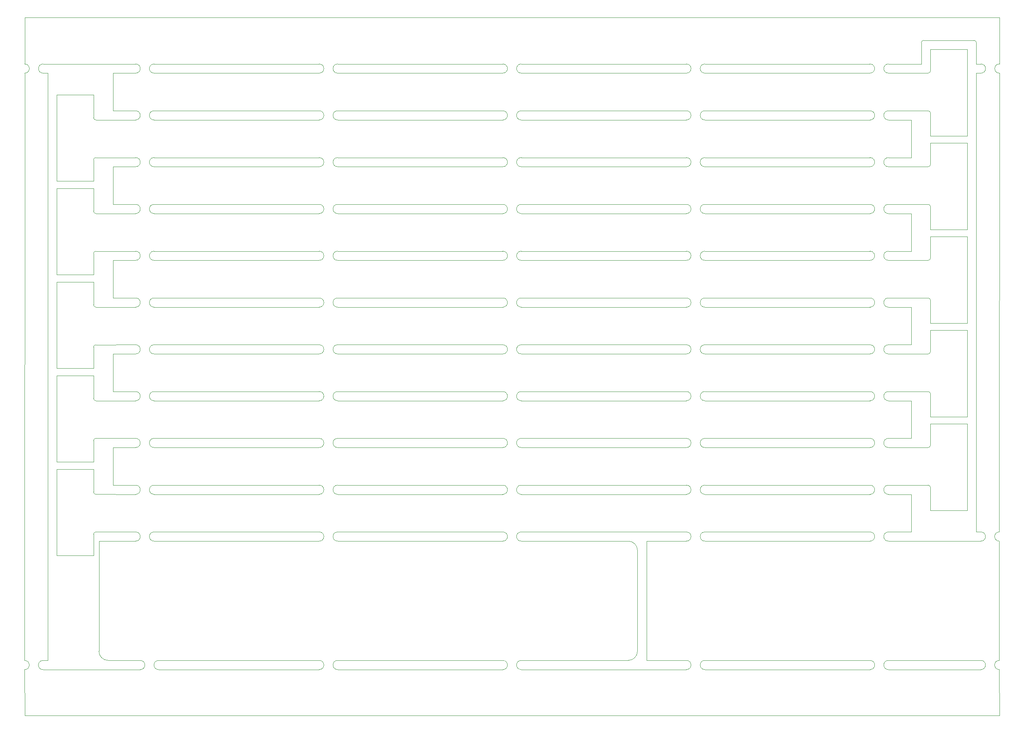
<source format=gm1>
G04 #@! TF.GenerationSoftware,KiCad,Pcbnew,(6.0.2)*
G04 #@! TF.CreationDate,2022-08-31T10:54:29+12:00*
G04 #@! TF.ProjectId,Wordclock,576f7264-636c-46f6-936b-2e6b69636164,2.1*
G04 #@! TF.SameCoordinates,Original*
G04 #@! TF.FileFunction,Profile,NP*
%FSLAX46Y46*%
G04 Gerber Fmt 4.6, Leading zero omitted, Abs format (unit mm)*
G04 Created by KiCad (PCBNEW (6.0.2)) date 2022-08-31 10:54:29*
%MOMM*%
%LPD*%
G01*
G04 APERTURE LIST*
G04 #@! TA.AperFunction,Profile*
%ADD10C,0.050000*%
G04 #@! TD*
G04 #@! TA.AperFunction,Profile*
%ADD11C,0.038100*%
G04 #@! TD*
G04 #@! TA.AperFunction,Profile*
%ADD12C,0.120000*%
G04 #@! TD*
G04 APERTURE END LIST*
D10*
X180450000Y-83400000D02*
X216450000Y-83400000D01*
X56450000Y-93600000D02*
X51925000Y-93600000D01*
D11*
X100450000Y-162400000D02*
X136450000Y-162400000D01*
X39275000Y-57500000D02*
X39275000Y-76350000D01*
D10*
X60450000Y-71200000D02*
X96450000Y-71200000D01*
X60450000Y-32400000D02*
X96450000Y-32400000D01*
X216450000Y-50800000D02*
X180450000Y-50800000D01*
D11*
X225400000Y-132400000D02*
X224975000Y-132400000D01*
X47278553Y-71703553D02*
X47275000Y-76350000D01*
D10*
X100450000Y-81400000D02*
X136450000Y-81400000D01*
D11*
X47278553Y-132903553D02*
X47275000Y-137550000D01*
D10*
X136450000Y-42600000D02*
X100450000Y-42600000D01*
X176450000Y-83400000D02*
X140450000Y-83400000D01*
D11*
X32280000Y-30400000D02*
X32275000Y-20250000D01*
D10*
X100450000Y-61000000D02*
X136450000Y-61000000D01*
X136450000Y-73200000D02*
X100450000Y-73200000D01*
X180450000Y-63000000D02*
X216450000Y-63000000D01*
X229621447Y-122703553D02*
G75*
G03*
X229121447Y-122203553I-500001J-1D01*
G01*
D11*
X136450000Y-30400000D02*
X100450000Y-30400000D01*
D10*
X180450000Y-40600000D02*
X216450000Y-40600000D01*
D11*
X229625000Y-107300000D02*
X237625000Y-107300000D01*
X220450000Y-162400000D02*
X240600000Y-162400000D01*
D10*
X176450000Y-52800000D02*
X140450000Y-52800000D01*
D11*
X176450000Y-30400000D02*
X140450000Y-30400000D01*
D10*
X180450000Y-61000000D02*
X216450000Y-61000000D01*
X56450000Y-73200000D02*
X51925000Y-73200000D01*
D11*
X96450000Y-30400000D02*
X60450000Y-30400000D01*
X39275000Y-76350000D02*
X47275000Y-76350000D01*
X229625000Y-66500000D02*
X237625000Y-66500000D01*
D10*
X60450000Y-91600000D02*
X96450000Y-91600000D01*
X216450000Y-73200000D02*
X180450000Y-73200000D01*
D11*
X225400000Y-91600000D02*
X224975000Y-91600000D01*
D10*
X229621447Y-81903553D02*
G75*
G03*
X229121447Y-81403553I-500001J-1D01*
G01*
D11*
X57450000Y-162400000D02*
X36270000Y-162410000D01*
D10*
X140450000Y-71200000D02*
X176450000Y-71200000D01*
X47778553Y-112003553D02*
X56450000Y-112000000D01*
X100450000Y-112000000D02*
X136450000Y-112000000D01*
X96450000Y-40600000D02*
X60450000Y-40600000D01*
D11*
X229621447Y-93096447D02*
X229625000Y-88450000D01*
D10*
X47278553Y-82896447D02*
G75*
G03*
X47778553Y-83396447I500001J1D01*
G01*
X100450000Y-160400000D02*
X136450000Y-160400000D01*
X51500000Y-61000000D02*
X56450000Y-61000000D01*
X96450000Y-103800000D02*
X60450000Y-103800000D01*
X47778553Y-42596447D02*
X56450000Y-42600000D01*
X136450000Y-52800000D02*
X100450000Y-52800000D01*
D11*
X39275000Y-137550000D02*
X47275000Y-137550000D01*
X244600000Y-132400000D02*
X244620000Y-32400000D01*
D10*
X225400000Y-83400000D02*
X220450000Y-83400000D01*
X176450000Y-103800000D02*
X140450000Y-103800000D01*
D11*
X39275000Y-98300000D02*
X39275000Y-117150000D01*
X140450000Y-162400000D02*
X167780000Y-162400000D01*
D10*
X96450000Y-122200000D02*
X60450000Y-122200000D01*
X60450000Y-132400000D02*
X96450000Y-132400000D01*
X47778553Y-91603553D02*
X56450000Y-91600000D01*
X176450000Y-73200000D02*
X140450000Y-73200000D01*
D11*
X39275000Y-55950000D02*
X47275000Y-55950000D01*
X165778965Y-136400000D02*
G75*
G03*
X163778965Y-134400000I-1999999J1D01*
G01*
D10*
X60450000Y-73200000D02*
X96450000Y-73200000D01*
X229121447Y-101803553D02*
X220450000Y-101800000D01*
D11*
X228120000Y-25250000D02*
G75*
G03*
X227620000Y-25750000I1J-500001D01*
G01*
X180450000Y-160400000D02*
X216450000Y-160400000D01*
X229625000Y-46100000D02*
X229621447Y-41103553D01*
X47275000Y-57500000D02*
X47278553Y-62496447D01*
X237625000Y-46100000D02*
X237625000Y-27250000D01*
X225400000Y-63000000D02*
X225400000Y-71200000D01*
X220450000Y-160400000D02*
X240600000Y-160400000D01*
D10*
X96450000Y-63000000D02*
X60450000Y-63000000D01*
D11*
X229625000Y-86900000D02*
X229621447Y-81903553D01*
X225400000Y-50800000D02*
X224975000Y-50800000D01*
D10*
X229121447Y-93596447D02*
X220450000Y-93600000D01*
X96450000Y-134400000D02*
X60450000Y-134400000D01*
X100450000Y-40600000D02*
X136450000Y-40600000D01*
D11*
X244600000Y-134400000D02*
X244600000Y-160400000D01*
D10*
X96450000Y-61000000D02*
X60450000Y-61000000D01*
D11*
X51500000Y-114000000D02*
X51925000Y-114000000D01*
X237625000Y-66500000D02*
X237625000Y-47650000D01*
X36270000Y-160410000D02*
X37280000Y-160410000D01*
D10*
X216450000Y-71200000D02*
X180450000Y-71200000D01*
X47278553Y-62496447D02*
G75*
G03*
X47778553Y-62996447I500001J1D01*
G01*
X163778965Y-134400000D02*
X140450000Y-134400000D01*
X60450000Y-50800000D02*
X96450000Y-50800000D01*
D11*
X229621447Y-52296447D02*
X229625000Y-47650000D01*
D10*
X136450000Y-114000000D02*
X100450000Y-114000000D01*
D11*
X39275000Y-118700000D02*
X39275000Y-137550000D01*
X51500000Y-32400000D02*
X51925000Y-32400000D01*
D10*
X47778553Y-62996447D02*
X56450000Y-63000000D01*
X229121447Y-122203553D02*
X220450000Y-122200000D01*
X56450000Y-52800000D02*
X51925000Y-52800000D01*
X180450000Y-101800000D02*
X216450000Y-101800000D01*
D11*
X240630000Y-32400000D02*
X239620000Y-32400000D01*
D10*
X180450000Y-103800000D02*
X216450000Y-103800000D01*
D11*
X237625000Y-108850000D02*
X229625000Y-108850000D01*
D10*
X96450000Y-42600000D02*
X60450000Y-42600000D01*
D11*
X47275000Y-77900000D02*
X39275000Y-77900000D01*
X32275000Y-172400000D02*
X32270000Y-162410000D01*
X229621447Y-72696447D02*
X229625000Y-68050000D01*
D10*
X216450000Y-93600000D02*
X180450000Y-93600000D01*
X176450000Y-32400000D02*
X140450000Y-32400000D01*
D11*
X180450000Y-162400000D02*
X216450000Y-162400000D01*
X225400000Y-103800000D02*
X225400000Y-112000000D01*
D10*
X140450000Y-112000000D02*
X176450000Y-112000000D01*
D11*
X47275000Y-57500000D02*
X39275000Y-57500000D01*
D10*
X176450000Y-63000000D02*
X140450000Y-63000000D01*
X51500000Y-122200000D02*
X56450000Y-122200000D01*
X96450000Y-124200000D02*
X60450000Y-124200000D01*
D11*
X229625000Y-127700000D02*
X229621447Y-122703553D01*
X240620000Y-30400000D02*
X239620000Y-30400000D01*
D10*
X229121447Y-73196447D02*
X220450000Y-73200000D01*
X136450000Y-103800000D02*
X100450000Y-103800000D01*
D11*
X176450000Y-162400000D02*
X167780000Y-162400000D01*
X225400000Y-83400000D02*
X225400000Y-91600000D01*
X39275000Y-37100000D02*
X39275000Y-55950000D01*
D10*
X176450000Y-114000000D02*
X140450000Y-114000000D01*
X220450000Y-112000000D02*
X224975000Y-112000000D01*
X47278553Y-103296447D02*
G75*
G03*
X47778553Y-103796447I500001J1D01*
G01*
D11*
X229625000Y-86900000D02*
X237625000Y-86900000D01*
D10*
X229121447Y-32396447D02*
G75*
G03*
X229621447Y-31896447I-1J500001D01*
G01*
D11*
X220450000Y-30400000D02*
X227620000Y-30400000D01*
D10*
X140450000Y-50800000D02*
X176450000Y-50800000D01*
X100450000Y-91600000D02*
X136450000Y-91600000D01*
D11*
X37280000Y-160410000D02*
X37280000Y-32400000D01*
X240600000Y-132400000D02*
X239620000Y-132400000D01*
D10*
X216450000Y-52800000D02*
X180450000Y-52800000D01*
X229121447Y-113996447D02*
G75*
G03*
X229621447Y-113496447I-1J500001D01*
G01*
D11*
X237625000Y-27250000D02*
X229625000Y-27250000D01*
D10*
X51500000Y-81400000D02*
X56450000Y-81400000D01*
X225400000Y-124200000D02*
X220450000Y-124200000D01*
X136450000Y-63000000D02*
X100450000Y-63000000D01*
D11*
X51500000Y-93600000D02*
X51925000Y-93600000D01*
D10*
X47778553Y-103796447D02*
X56450000Y-103800000D01*
D11*
X220450000Y-134400000D02*
X239620000Y-134400000D01*
D10*
X229621447Y-102303553D02*
G75*
G03*
X229121447Y-101803553I-500001J-1D01*
G01*
D11*
X239620000Y-132400000D02*
X239620000Y-32400000D01*
D10*
X176450000Y-42600000D02*
X140450000Y-42600000D01*
D11*
X229625000Y-46100000D02*
X237625000Y-46100000D01*
D10*
X50450000Y-160400000D02*
X57450000Y-160400000D01*
D11*
X61450000Y-162400000D02*
X96450000Y-162400000D01*
D10*
X140450000Y-61000000D02*
X176450000Y-61000000D01*
X220450000Y-50800000D02*
X224975000Y-50800000D01*
D11*
X47275000Y-118700000D02*
X39275000Y-118700000D01*
X51500000Y-40600000D02*
X51500000Y-32400000D01*
D10*
X140450000Y-101800000D02*
X176450000Y-101800000D01*
D11*
X32270000Y-160410000D02*
X32280000Y-32400000D01*
X244630000Y-172400000D02*
X32275000Y-172400000D01*
D10*
X180450000Y-81400000D02*
X216450000Y-81400000D01*
D11*
X237625000Y-47650000D02*
X229625000Y-47650000D01*
X51500000Y-101800000D02*
X51500000Y-93600000D01*
X216450000Y-30400000D02*
X180450000Y-30400000D01*
D10*
X229621447Y-41103553D02*
G75*
G03*
X229121447Y-40603553I-500001J-1D01*
G01*
X56450000Y-134400000D02*
X48450000Y-134400000D01*
D11*
X244620000Y-30400000D02*
X244625000Y-20250000D01*
X229625000Y-127700000D02*
X237625000Y-127700000D01*
X176450000Y-160400000D02*
X167780000Y-160400000D01*
D10*
X47778553Y-91603553D02*
G75*
G03*
X47278553Y-92103553I1J-500001D01*
G01*
D11*
X237625000Y-68050000D02*
X229625000Y-68050000D01*
D10*
X47278553Y-123696447D02*
G75*
G03*
X47778553Y-124196447I500001J1D01*
G01*
D11*
X47278553Y-51303553D02*
X47275000Y-55950000D01*
X47275000Y-77900000D02*
X47278553Y-82896447D01*
D10*
X51500000Y-40600000D02*
X56450000Y-40600000D01*
X229621447Y-61503553D02*
G75*
G03*
X229121447Y-61003553I-500001J-1D01*
G01*
X100450000Y-132400000D02*
X136450000Y-132400000D01*
X136450000Y-134400000D02*
X100450000Y-134400000D01*
X216450000Y-132400000D02*
X180450000Y-132400000D01*
X60450000Y-93600000D02*
X96450000Y-93600000D01*
D11*
X47275000Y-98300000D02*
X39275000Y-98300000D01*
D10*
X140450000Y-132400000D02*
X176450000Y-132400000D01*
D11*
X51500000Y-81400000D02*
X51500000Y-73200000D01*
D10*
X136450000Y-93600000D02*
X100450000Y-93600000D01*
X47778553Y-71203553D02*
G75*
G03*
X47278553Y-71703553I1J-500001D01*
G01*
X220450000Y-91600000D02*
X224975000Y-91600000D01*
X229121447Y-73196447D02*
G75*
G03*
X229621447Y-72696447I-1J500001D01*
G01*
X56450000Y-114000000D02*
X51925000Y-114000000D01*
D11*
X244630000Y-172400000D02*
X244600000Y-162400000D01*
D10*
X47778553Y-124196447D02*
X56450000Y-124200000D01*
X229121447Y-113996447D02*
X220450000Y-114000000D01*
X229121447Y-61003553D02*
X220450000Y-61000000D01*
D11*
X36280000Y-32400000D02*
X37280000Y-32400000D01*
X47275000Y-37100000D02*
X47278553Y-42096447D01*
D10*
X96450000Y-83400000D02*
X60450000Y-83400000D01*
D11*
X39275000Y-117150000D02*
X47275000Y-117150000D01*
D10*
X60450000Y-52800000D02*
X96450000Y-52800000D01*
D11*
X227620000Y-25750000D02*
X227620000Y-30400000D01*
D10*
X47778553Y-112003553D02*
G75*
G03*
X47278553Y-112503553I1J-500001D01*
G01*
D11*
X165778965Y-136400000D02*
X165778965Y-149358446D01*
D10*
X47778553Y-50803553D02*
G75*
G03*
X47278553Y-51303553I1J-500001D01*
G01*
D11*
X229621447Y-113496447D02*
X229625000Y-108850000D01*
D10*
X140450000Y-81400000D02*
X176450000Y-81400000D01*
D11*
X167780000Y-134400000D02*
X167780000Y-160400000D01*
D10*
X176450000Y-124200000D02*
X140450000Y-124200000D01*
X100450000Y-71200000D02*
X136450000Y-71200000D01*
X47778553Y-83396447D02*
X56450000Y-83400000D01*
X176450000Y-93600000D02*
X140450000Y-93600000D01*
D11*
X225400000Y-71200000D02*
X224975000Y-71200000D01*
X48450000Y-158400000D02*
G75*
G03*
X50450000Y-160400000I1999999J-1D01*
G01*
X51500000Y-122200000D02*
X51500000Y-114000000D01*
X47278553Y-112503553D02*
X47275000Y-117150000D01*
X239620000Y-30400000D02*
X239620000Y-25750000D01*
X225400000Y-124200000D02*
X225400000Y-132400000D01*
D10*
X136450000Y-124200000D02*
X100450000Y-124200000D01*
X96450000Y-101800000D02*
X60450000Y-101800000D01*
D11*
X228120000Y-25250000D02*
X239120000Y-25250000D01*
X39275000Y-96750000D02*
X47275000Y-96750000D01*
X237625000Y-88450000D02*
X229625000Y-88450000D01*
X39275000Y-77900000D02*
X39275000Y-96750000D01*
D10*
X47778553Y-50803553D02*
X56450000Y-50800000D01*
X47778553Y-132403553D02*
G75*
G03*
X47278553Y-132903553I1J-500001D01*
G01*
D11*
X51500000Y-52800000D02*
X51925000Y-52800000D01*
X51500000Y-73200000D02*
X51925000Y-73200000D01*
D10*
X100450000Y-50800000D02*
X136450000Y-50800000D01*
X136450000Y-32400000D02*
X100450000Y-32400000D01*
X229121447Y-52796447D02*
G75*
G03*
X229621447Y-52296447I-1J500001D01*
G01*
X51500000Y-101800000D02*
X56450000Y-101800000D01*
X140450000Y-91600000D02*
X176450000Y-91600000D01*
D11*
X229625000Y-66500000D02*
X229621447Y-61503553D01*
D10*
X216450000Y-32400000D02*
X180450000Y-32400000D01*
X96450000Y-81400000D02*
X60450000Y-81400000D01*
X229121447Y-52796447D02*
X220450000Y-52800000D01*
D11*
X47275000Y-37100000D02*
X39275000Y-37100000D01*
D10*
X136450000Y-83400000D02*
X100450000Y-83400000D01*
X180450000Y-124200000D02*
X216450000Y-124200000D01*
D11*
X165778965Y-149358446D02*
X165778965Y-158400000D01*
X163778965Y-160400000D02*
G75*
G03*
X165778965Y-158400000I1J1999999D01*
G01*
D10*
X60450000Y-114000000D02*
X96450000Y-114000000D01*
X225400000Y-63000000D02*
X220450000Y-63000000D01*
D11*
X237625000Y-107300000D02*
X237625000Y-88450000D01*
D10*
X100450000Y-122200000D02*
X136450000Y-122200000D01*
D11*
X51500000Y-61000000D02*
X51500000Y-52800000D01*
D10*
X229121447Y-40603553D02*
X220450000Y-40600000D01*
D11*
X239620000Y-25750000D02*
G75*
G03*
X239120000Y-25250000I-500001J-1D01*
G01*
X47278553Y-92103553D02*
X47275000Y-96750000D01*
D10*
X216450000Y-91600000D02*
X180450000Y-91600000D01*
X229121447Y-32396447D02*
X220450000Y-32400000D01*
X56450000Y-32400000D02*
X51925000Y-32400000D01*
X220450000Y-132400000D02*
X224975000Y-132400000D01*
D11*
X229625000Y-107300000D02*
X229621447Y-102303553D01*
X240600000Y-134400000D02*
X239620000Y-134400000D01*
X48450000Y-134400000D02*
X48450000Y-158400000D01*
D10*
X180450000Y-122200000D02*
X216450000Y-122200000D01*
X47778553Y-132403553D02*
X56450000Y-132400000D01*
X225400000Y-42600000D02*
X220450000Y-42600000D01*
D11*
X47275000Y-98300000D02*
X47278553Y-103296447D01*
D10*
X220450000Y-71200000D02*
X224975000Y-71200000D01*
D11*
X176450000Y-134400000D02*
X167780000Y-134400000D01*
D10*
X180450000Y-42600000D02*
X216450000Y-42600000D01*
X140450000Y-122200000D02*
X176450000Y-122200000D01*
D11*
X229621447Y-31896447D02*
X229625000Y-27250000D01*
D10*
X140450000Y-160400000D02*
X163778965Y-160400000D01*
D11*
X225400000Y-112000000D02*
X224975000Y-112000000D01*
D10*
X229121447Y-93596447D02*
G75*
G03*
X229621447Y-93096447I-1J500001D01*
G01*
D11*
X225400000Y-42600000D02*
X225400000Y-50800000D01*
X56450000Y-30400000D02*
X36280000Y-30400000D01*
D10*
X47778553Y-71203553D02*
X56450000Y-71200000D01*
D11*
X244625000Y-20250000D02*
X32275000Y-20250000D01*
D10*
X61450000Y-160400000D02*
X96450000Y-160400000D01*
D11*
X237625000Y-86900000D02*
X237625000Y-68050000D01*
X47275000Y-118700000D02*
X47278553Y-123696447D01*
D10*
X225400000Y-103800000D02*
X220450000Y-103800000D01*
X100450000Y-101800000D02*
X136450000Y-101800000D01*
D11*
X237625000Y-127700000D02*
X237625000Y-108850000D01*
D10*
X229121447Y-81403553D02*
X220450000Y-81400000D01*
X216450000Y-114000000D02*
X180450000Y-114000000D01*
X216450000Y-112000000D02*
X180450000Y-112000000D01*
X47278553Y-42096447D02*
G75*
G03*
X47778553Y-42596447I500001J1D01*
G01*
X60450000Y-112000000D02*
X96450000Y-112000000D01*
D11*
X180450000Y-134400000D02*
X216450000Y-134400000D01*
D10*
X140450000Y-40600000D02*
X176450000Y-40600000D01*
D12*
X60450000Y-61000000D02*
G75*
G03*
X60450000Y-63000000I0J-1000000D01*
G01*
X56450000Y-63000000D02*
G75*
G03*
X56450000Y-61000000I0J1000000D01*
G01*
X240600000Y-162400000D02*
G75*
G03*
X240600000Y-160400000I0J1000000D01*
G01*
X244600000Y-160400000D02*
G75*
G03*
X244600000Y-162400000I0J-1000000D01*
G01*
X180450000Y-30400000D02*
G75*
G03*
X180450000Y-32400000I0J-1000000D01*
G01*
X176450000Y-32400000D02*
G75*
G03*
X176450000Y-30400000I0J1000000D01*
G01*
X32270000Y-162410000D02*
G75*
G03*
X32270000Y-160410000I0J1000000D01*
G01*
X36270000Y-160410000D02*
G75*
G03*
X36270000Y-162410000I0J-1000000D01*
G01*
X140450000Y-81400000D02*
G75*
G03*
X140450000Y-83400000I0J-1000000D01*
G01*
X136450000Y-83400000D02*
G75*
G03*
X136450000Y-81400000I0J1000000D01*
G01*
X176450000Y-83400000D02*
G75*
G03*
X176450000Y-81400000I0J1000000D01*
G01*
X180450000Y-81400000D02*
G75*
G03*
X180450000Y-83400000I0J-1000000D01*
G01*
X180450000Y-71200000D02*
G75*
G03*
X180450000Y-73200000I0J-1000000D01*
G01*
X176450000Y-73200000D02*
G75*
G03*
X176450000Y-71200000I0J1000000D01*
G01*
X216450000Y-52800000D02*
G75*
G03*
X216450000Y-50800000I0J1000000D01*
G01*
X220450000Y-50800000D02*
G75*
G03*
X220450000Y-52800000I0J-1000000D01*
G01*
X216450000Y-134400000D02*
G75*
G03*
X216450000Y-132400000I0J1000000D01*
G01*
X220450000Y-132400000D02*
G75*
G03*
X220450000Y-134400000I0J-1000000D01*
G01*
X96450000Y-52800000D02*
G75*
G03*
X96450000Y-50800000I0J1000000D01*
G01*
X100450000Y-50800000D02*
G75*
G03*
X100450000Y-52800000I0J-1000000D01*
G01*
X60450000Y-40600000D02*
G75*
G03*
X60450000Y-42600000I0J-1000000D01*
G01*
X56450000Y-42600000D02*
G75*
G03*
X56450000Y-40600000I0J1000000D01*
G01*
X244620000Y-30400000D02*
G75*
G03*
X244620000Y-32400000I0J-1000000D01*
G01*
X240620000Y-32400000D02*
G75*
G03*
X240620000Y-30400000I0J1000000D01*
G01*
X220450000Y-160400000D02*
G75*
G03*
X220450000Y-162400000I0J-1000000D01*
G01*
X216450000Y-162400000D02*
G75*
G03*
X216450000Y-160400000I0J1000000D01*
G01*
X176450000Y-134400000D02*
G75*
G03*
X176450000Y-132400000I0J1000000D01*
G01*
X180450000Y-132400000D02*
G75*
G03*
X180450000Y-134400000I0J-1000000D01*
G01*
X220450000Y-30400000D02*
G75*
G03*
X220450000Y-32400000I0J-1000000D01*
G01*
X216450000Y-32400000D02*
G75*
G03*
X216450000Y-30400000I0J1000000D01*
G01*
X100450000Y-91600000D02*
G75*
G03*
X100450000Y-93600000I0J-1000000D01*
G01*
X96450000Y-93600000D02*
G75*
G03*
X96450000Y-91600000I0J1000000D01*
G01*
X32280000Y-32400000D02*
G75*
G03*
X32280000Y-30400000I0J1000000D01*
G01*
X36280000Y-30400000D02*
G75*
G03*
X36280000Y-32400000I0J-1000000D01*
G01*
X136450000Y-32400000D02*
G75*
G03*
X136450000Y-30400000I0J1000000D01*
G01*
X140450000Y-30400000D02*
G75*
G03*
X140450000Y-32400000I0J-1000000D01*
G01*
X176450000Y-124200000D02*
G75*
G03*
X176450000Y-122200000I0J1000000D01*
G01*
X180450000Y-122200000D02*
G75*
G03*
X180450000Y-124200000I0J-1000000D01*
G01*
X96450000Y-63000000D02*
G75*
G03*
X96450000Y-61000000I0J1000000D01*
G01*
X100450000Y-61000000D02*
G75*
G03*
X100450000Y-63000000I0J-1000000D01*
G01*
X216450000Y-103800000D02*
G75*
G03*
X216450000Y-101800000I0J1000000D01*
G01*
X220450000Y-101800000D02*
G75*
G03*
X220450000Y-103800000I0J-1000000D01*
G01*
X60450000Y-112000000D02*
G75*
G03*
X60450000Y-114000000I0J-1000000D01*
G01*
X56450000Y-114000000D02*
G75*
G03*
X56450000Y-112000000I0J1000000D01*
G01*
X176450000Y-63000000D02*
G75*
G03*
X176450000Y-61000000I0J1000000D01*
G01*
X180450000Y-61000000D02*
G75*
G03*
X180450000Y-63000000I0J-1000000D01*
G01*
X136450000Y-63000000D02*
G75*
G03*
X136450000Y-61000000I0J1000000D01*
G01*
X140450000Y-61000000D02*
G75*
G03*
X140450000Y-63000000I0J-1000000D01*
G01*
X220450000Y-71200000D02*
G75*
G03*
X220450000Y-73200000I0J-1000000D01*
G01*
X216450000Y-73200000D02*
G75*
G03*
X216450000Y-71200000I0J1000000D01*
G01*
X140450000Y-91600000D02*
G75*
G03*
X140450000Y-93600000I0J-1000000D01*
G01*
X136450000Y-93600000D02*
G75*
G03*
X136450000Y-91600000I0J1000000D01*
G01*
X136450000Y-42600000D02*
G75*
G03*
X136450000Y-40600000I0J1000000D01*
G01*
X140450000Y-40600000D02*
G75*
G03*
X140450000Y-42600000I0J-1000000D01*
G01*
X220450000Y-122200000D02*
G75*
G03*
X220450000Y-124200000I0J-1000000D01*
G01*
X216450000Y-124200000D02*
G75*
G03*
X216450000Y-122200000I0J1000000D01*
G01*
X140450000Y-132400000D02*
G75*
G03*
X140450000Y-134400000I0J-1000000D01*
G01*
X136450000Y-134400000D02*
G75*
G03*
X136450000Y-132400000I0J1000000D01*
G01*
X176450000Y-93600000D02*
G75*
G03*
X176450000Y-91600000I0J1000000D01*
G01*
X180450000Y-91600000D02*
G75*
G03*
X180450000Y-93600000I0J-1000000D01*
G01*
X216450000Y-83400000D02*
G75*
G03*
X216450000Y-81400000I0J1000000D01*
G01*
X220450000Y-81400000D02*
G75*
G03*
X220450000Y-83400000I0J-1000000D01*
G01*
X176450000Y-114000000D02*
G75*
G03*
X176450000Y-112000000I0J1000000D01*
G01*
X180450000Y-112000000D02*
G75*
G03*
X180450000Y-114000000I0J-1000000D01*
G01*
X100450000Y-40600000D02*
G75*
G03*
X100450000Y-42600000I0J-1000000D01*
G01*
X96450000Y-42600000D02*
G75*
G03*
X96450000Y-40600000I0J1000000D01*
G01*
X220450000Y-61000000D02*
G75*
G03*
X220450000Y-63000000I0J-1000000D01*
G01*
X216450000Y-63000000D02*
G75*
G03*
X216450000Y-61000000I0J1000000D01*
G01*
X60450000Y-50800000D02*
G75*
G03*
X60450000Y-52800000I0J-1000000D01*
G01*
X56450000Y-52800000D02*
G75*
G03*
X56450000Y-50800000I0J1000000D01*
G01*
X136450000Y-52800000D02*
G75*
G03*
X136450000Y-50800000I0J1000000D01*
G01*
X140450000Y-50800000D02*
G75*
G03*
X140450000Y-52800000I0J-1000000D01*
G01*
X100450000Y-132400000D02*
G75*
G03*
X100450000Y-134400000I0J-1000000D01*
G01*
X96450000Y-134400000D02*
G75*
G03*
X96450000Y-132400000I0J1000000D01*
G01*
X140450000Y-112000000D02*
G75*
G03*
X140450000Y-114000000I0J-1000000D01*
G01*
X136450000Y-114000000D02*
G75*
G03*
X136450000Y-112000000I0J1000000D01*
G01*
X100450000Y-30400000D02*
G75*
G03*
X100450000Y-32400000I0J-1000000D01*
G01*
X96450000Y-32400000D02*
G75*
G03*
X96450000Y-30400000I0J1000000D01*
G01*
X216450000Y-42600000D02*
G75*
G03*
X216450000Y-40600000I0J1000000D01*
G01*
X220450000Y-40600000D02*
G75*
G03*
X220450000Y-42600000I0J-1000000D01*
G01*
X96450000Y-124200000D02*
G75*
G03*
X96450000Y-122200000I0J1000000D01*
G01*
X100450000Y-122200000D02*
G75*
G03*
X100450000Y-124200000I0J-1000000D01*
G01*
X56450000Y-134400000D02*
G75*
G03*
X56450000Y-132400000I0J1000000D01*
G01*
X60450000Y-132400000D02*
G75*
G03*
X60450000Y-134400000I0J-1000000D01*
G01*
X60450000Y-30400000D02*
G75*
G03*
X60450000Y-32400000I0J-1000000D01*
G01*
X56450000Y-32400000D02*
G75*
G03*
X56450000Y-30400000I0J1000000D01*
G01*
X140450000Y-101800000D02*
G75*
G03*
X140450000Y-103800000I0J-1000000D01*
G01*
X136450000Y-103800000D02*
G75*
G03*
X136450000Y-101800000I0J1000000D01*
G01*
X136450000Y-73200000D02*
G75*
G03*
X136450000Y-71200000I0J1000000D01*
G01*
X140450000Y-71200000D02*
G75*
G03*
X140450000Y-73200000I0J-1000000D01*
G01*
X60450000Y-71200000D02*
G75*
G03*
X60450000Y-73200000I0J-1000000D01*
G01*
X56450000Y-73200000D02*
G75*
G03*
X56450000Y-71200000I0J1000000D01*
G01*
X96450000Y-103800000D02*
G75*
G03*
X96450000Y-101800000I0J1000000D01*
G01*
X100450000Y-101800000D02*
G75*
G03*
X100450000Y-103800000I0J-1000000D01*
G01*
X100450000Y-112000000D02*
G75*
G03*
X100450000Y-114000000I0J-1000000D01*
G01*
X96450000Y-114000000D02*
G75*
G03*
X96450000Y-112000000I0J1000000D01*
G01*
X96450000Y-83400000D02*
G75*
G03*
X96450000Y-81400000I0J1000000D01*
G01*
X100450000Y-81400000D02*
G75*
G03*
X100450000Y-83400000I0J-1000000D01*
G01*
X100450000Y-160400000D02*
G75*
G03*
X100450000Y-162400000I0J-1000000D01*
G01*
X96450000Y-162400000D02*
G75*
G03*
X96450000Y-160400000I0J1000000D01*
G01*
X136450000Y-124200000D02*
G75*
G03*
X136450000Y-122200000I0J1000000D01*
G01*
X140450000Y-122200000D02*
G75*
G03*
X140450000Y-124200000I0J-1000000D01*
G01*
X180450000Y-101800000D02*
G75*
G03*
X180450000Y-103800000I0J-1000000D01*
G01*
X176450000Y-103800000D02*
G75*
G03*
X176450000Y-101800000I0J1000000D01*
G01*
X180450000Y-50800000D02*
G75*
G03*
X180450000Y-52800000I0J-1000000D01*
G01*
X176450000Y-52800000D02*
G75*
G03*
X176450000Y-50800000I0J1000000D01*
G01*
X176450000Y-42600000D02*
G75*
G03*
X176450000Y-40600000I0J1000000D01*
G01*
X180450000Y-40600000D02*
G75*
G03*
X180450000Y-42600000I0J-1000000D01*
G01*
X180450000Y-160400000D02*
G75*
G03*
X180450000Y-162400000I0J-1000000D01*
G01*
X176450000Y-162400000D02*
G75*
G03*
X176450000Y-160400000I0J1000000D01*
G01*
X56450000Y-93600000D02*
G75*
G03*
X56450000Y-91600000I0J1000000D01*
G01*
X60450000Y-91600000D02*
G75*
G03*
X60450000Y-93600000I0J-1000000D01*
G01*
X140450000Y-160400000D02*
G75*
G03*
X140450000Y-162400000I0J-1000000D01*
G01*
X136450000Y-162400000D02*
G75*
G03*
X136450000Y-160400000I0J1000000D01*
G01*
X220450000Y-91600000D02*
G75*
G03*
X220450000Y-93600000I0J-1000000D01*
G01*
X216450000Y-93600000D02*
G75*
G03*
X216450000Y-91600000I0J1000000D01*
G01*
X56450000Y-103800000D02*
G75*
G03*
X56450000Y-101800000I0J1000000D01*
G01*
X60450000Y-101800000D02*
G75*
G03*
X60450000Y-103800000I0J-1000000D01*
G01*
X96450000Y-73200000D02*
G75*
G03*
X96450000Y-71200000I0J1000000D01*
G01*
X100450000Y-71200000D02*
G75*
G03*
X100450000Y-73200000I0J-1000000D01*
G01*
X244600000Y-132400000D02*
G75*
G03*
X244600000Y-134400000I0J-1000000D01*
G01*
X240600000Y-134400000D02*
G75*
G03*
X240600000Y-132400000I0J1000000D01*
G01*
X56450000Y-124200000D02*
G75*
G03*
X56450000Y-122200000I0J1000000D01*
G01*
X60450000Y-122200000D02*
G75*
G03*
X60450000Y-124200000I0J-1000000D01*
G01*
X57450000Y-162400000D02*
G75*
G03*
X57450000Y-160400000I0J1000000D01*
G01*
X61450000Y-160400000D02*
G75*
G03*
X61450000Y-162400000I0J-1000000D01*
G01*
X220450000Y-112000000D02*
G75*
G03*
X220450000Y-114000000I0J-1000000D01*
G01*
X216450000Y-114000000D02*
G75*
G03*
X216450000Y-112000000I0J1000000D01*
G01*
X60450000Y-81400000D02*
G75*
G03*
X60450000Y-83400000I0J-1000000D01*
G01*
X56450000Y-83400000D02*
G75*
G03*
X56450000Y-81400000I0J1000000D01*
G01*
M02*

</source>
